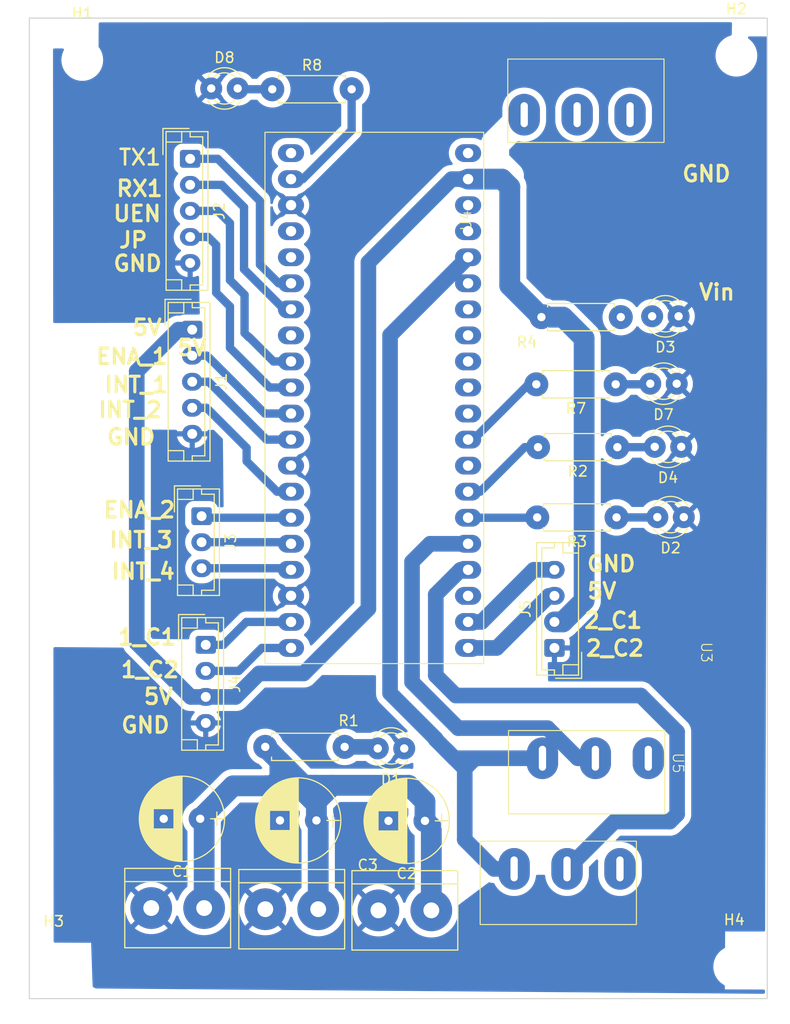
<source format=kicad_pcb>
(kicad_pcb (version 20221018) (generator pcbnew)
  (layers (0 "F.Cu" signal) (31 "B.Cu" signal) (34 "B.Paste" user) (35 "F.Paste" user) (36 "B.SilkS" user "B.Silkscreen") (37 "F.SilkS" user "F.Silkscreen") (38 "B.Mask" user) (39 "F.Mask" user) (44 "Edge.Cuts" user))
  (net 0 "")
  (net 1 "/12 V")
  (net 2 "/GND")
  (net 3 "Net-(D1-A)")
  (net 4 "Net-(D2-A)")
  (net 5 "Net-(D3-A)")
  (net 6 "Net-(D4-A)")
  (net 7 "Net-(D7-A)")
  (net 8 "Net-(D8-A)")
  (net 9 "/5V")
  (net 10 "/ENABLE_1")
  (net 11 "/INT_1")
  (net 12 "/INT_2")
  (net 13 "/UART1_TX")
  (net 14 "/UART1_RX")
  (net 15 "/UEN")
  (net 16 "/JP")
  (net 17 "/ENABLE_2")
  (net 18 "/INT_3")
  (net 19 "/INT_4")
  (net 20 "/INTRUPT1_C1")
  (net 21 "/INTRUPT1_C2")
  (net 22 "/INTRUPT2_C1")
  (net 23 "/INTRUPT2_C2")
  (net 24 "/LED_1")
  (net 25 "/LED_2")
  (net 26 "/LED_5")
  (net 27 "/LED_6")
  (net 40 "/3V3")
  (footprint "MY_LIB:Resistor_small" (layer "F.Cu") (at 100.93 100.07 180)
    (fp_text reference "R7" (at 3.81 -2.31) (layer "F.SilkS"))
    (fp_text value "R")
    (pad "1" thru_hole circle (at 0 0 180) (size 2.3 2.3) (drill 0.8) (layers "*.Cu" "*.Mask") (net 7 "Net-(D7-A)"))
    (pad "2" thru_hole circle (at 7.62 0 180) (size 2.3 2.3) (drill 0.8) (layers "*.Cu" "*.Mask") (net 26 "/LED_5"))
  )
  (footprint "pi_pico:pi_pico" (layer "F.Cu") (at 79.76 87.875)
    (fp_text reference "U1" hide)
    (fp_text value "~" hide)
    (pad "1" thru_hole oval (at -10 -10) (size 2.5 1.7) (drill oval 1) (layers "*.Cu" "*.Mask"))
    (pad "2" thru_hole oval (at -10 -7.5) (size 2.5 1.7) (drill oval 1) (layers "*.Cu" "*.Mask") (net 27 "/LED_6"))
    (pad "3" thru_hole oval (at -10 -5) (size 2.5 1.7) (drill oval 1) (layers "*.Cu" "*.Mask") (net 2 "/GND"))
    (pad "4" thru_hole oval (at -10 -2.5) (size 2.5 1.7) (drill oval 1) (layers "*.Cu" "*.Mask"))
    (pad "5" thru_hole oval (at -10 0) (size 2.5 1.7) (drill oval 1) (layers "*.Cu" "*.Mask"))
    (pad "6" thru_hole oval (at -10 2.5) (size 2.5 1.7) (drill oval 1) (layers "*.Cu" "*.Mask") (net 13 "/UART1_TX"))
    (pad "7" thru_hole oval (at -10 5) (size 2.5 1.7) (drill oval 1) (layers "*.Cu" "*.Mask") (net 14 "/UART1_RX"))
    (pad "8" thru_hole oval (at -10 7.5) (size 2.5 1.7) (drill oval 1) (layers "*.Cu" "*.Mask"))
    (pad "9" thru_hole oval (at -10 10) (size 2.5 1.7) (drill oval 1) (layers "*.Cu" "*.Mask") (net 15 "/UEN"))
    (pad "10" thru_hole oval (at -10 12.5) (size 2.5 1.7) (drill oval 1) (layers "*.Cu" "*.Mask") (net 16 "/JP"))
    (pad "11" thru_hole oval (at -10 15) (size 2.5 1.7) (drill oval 1) (layers "*.Cu" "*.Mask") (net 10 "/ENABLE_1"))
    (pad "12" thru_hole oval (at -10 17.5) (size 2.5 1.7) (drill oval 1) (layers "*.Cu" "*.Mask") (net 11 "/INT_1"))
    (pad "13" thru_hole oval (at -10 20) (size 2.5 1.7) (drill oval 1) (layers "*.Cu" "*.Mask") (net 2 "/GND"))
    (pad "14" thru_hole oval (at -10 22.5) (size 2.5 1.7) (drill oval 1) (layers "*.Cu" "*.Mask") (net 12 "/INT_2"))
    (pad "15" thru_hole oval (at -10 25) (size 2.5 1.7) (drill oval 1) (layers "*.Cu" "*.Mask") (net 17 "/ENABLE_2"))
    (pad "16" thru_hole oval (at -10 27.5) (size 2.5 1.7) (drill oval 1) (layers "*.Cu" "*.Mask") (net 18 "/INT_3"))
    (pad "17" thru_hole oval (at -10 30) (size 2.5 1.7) (drill oval 1) (layers "*.Cu" "*.Mask") (net 19 "/INT_4"))
    (pad "18" thru_hole oval (at -10 32.5) (size 2.5 1.7) (drill oval 1) (layers "*.Cu" "*.Mask") (net 2 "/GND"))
    (pad "19" thru_hole oval (at -10 35) (size 2.5 1.7) (drill oval 1) (layers "*.Cu" "*.Mask") (net 20 "/INTRUPT1_C1"))
    (pad "20" thru_hole oval (at -10 37.5) (size 2.5 1.7) (drill oval 1) (layers "*.Cu" "*.Mask") (net 21 "/INTRUPT1_C2"))
    (pad "21" thru_hole oval (at 7 37.5) (size 2.5 1.7) (drill oval 1) (layers "*.Cu" "*.Mask") (net 23 "/INTRUPT2_C2"))
    (pad "22" thru_hole oval (at 7 35) (size 2.5 1.7) (drill oval 1) (layers "*.Cu" "*.Mask") (net 22 "/INTRUPT2_C1"))
    (pad "23" thru_hole oval (at 7 32.5) (size 2.5 1.7) (drill oval 1) (layers "*.Cu" "*.Mask") (net 2 "/GND"))
    (pad "24" thru_hole oval (at 7 30) (size 2.5 1.7) (drill oval 1) (layers "*.Cu" "*.Mask") (net 40 "/3V3"))
    (pad "25" thru_hole oval (at 7 27.5) (size 2.5 1.7) (drill oval 1) (layers "*.Cu" "*.Mask") (net 40 "/3V3"))
    (pad "26" thru_hole oval (at 7 25) (size 2.5 1.7) (drill oval 1) (layers "*.Cu" "*.Mask") (net 25 "/LED_2"))
    (pad "27" thru_hole oval (at 7 22.5) (size 2.5 1.7) (drill oval 1) (layers "*.Cu" "*.Mask") (net 24 "/LED_1"))
    (pad "28" thru_hole oval (at 7 20) (size 2.5 1.7) (drill oval 1) (layers "*.Cu" "*.Mask") (net 2 "/GND"))
    (pad "29" thru_hole oval (at 7 17.5) (size 2.5 1.7) (drill oval 1) (layers "*.Cu" "*.Mask") (net 26 "/LED_5"))
    (pad "30" thru_hole oval (at 7 15) (size 2.5 1.7) (drill oval 1) (layers "*.Cu" "*.Mask"))
    (pad "31" thru_hole oval (at 7 12.5) (size 2.5 1.7) (drill oval 1) (layers "*.Cu" "*.Mask"))
    (pad "32" thru_hole oval (at 7 10) (size 2.5 1.7) (drill oval 1) (layers "*.Cu" "*.Mask"))
    (pad "33" thru_hole oval (at 7 7.5) (size 2.5 1.7) (drill oval 1) (layers "*.Cu" "*.Mask") (net 2 "/GND"))
    (pad "34" thru_hole oval (at 7 5) (size 2.5 1.7) (drill oval 1) (layers "*.Cu" "*.Mask"))
    (pad "35" thru_hole oval (at 7 2.5) (size 2.5 1.7) (drill oval 1) (layers "*.Cu" "*.Mask"))
    (pad "36" thru_hole oval (at 7 0) (size 2.5 1.7) (drill oval 1) (layers "*.Cu" "*.Mask") (net 40 "/3V3"))
    (pad "37" thru_hole oval (at 7 -2.5) (size 2.5 1.7) (drill oval 1) (layers "*.Cu" "*.Mask"))
    (pad "38" thru_hole oval (at 7 -5) (size 2.5 1.7) (drill oval 1) (layers "*.Cu" "*.Mask") (net 2 "/GND"))
    (pad "39" thru_hole oval (at 7 -7.5) (size 2.5 1.7) (drill oval 1) (layers "*.Cu" "*.Mask") (net 9 "/5V"))
    (pad "40" thru_hole oval (at 7 -10) (size 2.5 1.7) (drill oval 1) (layers "*.Cu" "*.Mask"))
  )
  (footprint "MY_LIB:bornier2" (layer "F.Cu") (at 83.23 150.56 180)
    (fp_text reference "J7" hide)
    (fp_text value "Conn_01x02_Pin")
    (pad "1" thru_hole circle (at 0 0 180) (size 4 4) (drill 1.52) (layers "*.Cu" "*.Mask") (net 1 "/12 V"))
    (pad "2" thru_hole circle (at 5.08 0 180) (size 4 4) (drill 1.52) (layers "*.Cu" "*.Mask") (net 2 "/GND"))
  )
  (footprint "MY_LIB:Resistor_small" (layer "F.Cu") (at 67.96 71.75)
    (fp_text reference "R8" (at 3.81 -2.31) (layer "F.SilkS"))
    (fp_text value "R")
    (pad "1" thru_hole circle (at 0 0) (size 2.3 2.3) (drill 0.8) (layers "*.Cu" "*.Mask") (net 8 "Net-(D8-A)"))
    (pad "2" thru_hole circle (at 7.62 0) (size 2.3 2.3) (drill 0.8) (layers "*.Cu" "*.Mask") (net 27 "/LED_6"))
  )
  (footprint "MY_LIB:bornier2" (layer "F.Cu") (at 72.37 150.45 180)
    (fp_text reference "J8" hide)
    (fp_text value "Conn_01x02_Pin")
    (pad "1" thru_hole circle (at 0 0 180) (size 4 4) (drill 1.52) (layers "*.Cu" "*.Mask") (net 1 "/12 V"))
    (pad "2" thru_hole circle (at 5.08 0 180) (size 4 4) (drill 1.52) (layers "*.Cu" "*.Mask") (net 2 "/GND"))
  )
  (footprint "MountingHole:MountingHole_3.5mm" (layer "F.Cu") (at 112.52 68.53)
    (fp_text reference "H2" (at 0 -4.5) (layer "F.SilkS"))
    (fp_text value "MountingHole")
    (pad "" np_thru_hole circle (at 0 0) (size 3.5 3.5) (drill 3.5) (layers "*.Cu" "*.Mask"))
  )
  (footprint "MY_LIB:LED_D3.0mm" (layer "F.Cu") (at 80.63 135.02 180)
    (fp_text reference "D1" (at 1.27 -2.96) (layer "F.SilkS"))
    (fp_text value "LED")
    (pad "1" thru_hole circle (at 0 0 180) (size 2.1 2.1) (drill 0.8) (layers "*.Cu" "*.Mask") (net 2 "/GND"))
    (pad "2" thru_hole circle (at 2.54 0 180) (size 2.1 2.1) (drill 0.8) (layers "*.Cu" "*.Mask") (net 3 "Net-(D1-A)"))
  )
  (footprint "MY_LIB:Resistor_small" (layer "F.Cu") (at 101.015 112.845 180)
    (fp_text reference "R3" (at 3.81 -2.31) (layer "F.SilkS"))
    (fp_text value "R")
    (pad "1" thru_hole circle (at 0 0 180) (size 2.3 2.3) (drill 0.8) (layers "*.Cu" "*.Mask") (net 4 "Net-(D2-A)"))
    (pad "2" thru_hole circle (at 7.62 0 180) (size 2.3 2.3) (drill 0.8) (layers "*.Cu" "*.Mask") (net 25 "/LED_2"))
  )
  (footprint "SWITCH:SWITCH" (layer "F.Cu") (at 106.42 136.42 -90)
    (fp_text reference "U5" (at 0 -0.5 -90 unlocked) (layer "F.SilkS") (effects (font (thickness 0.1))))
    (fp_text value "~")
    (pad "1" thru_hole oval (at 10.16 5.08 270) (size 4 3) (drill oval 2.4 0.7) (layers "*.Cu" "*.Mask"))
    (pad "2" thru_hole oval (at 10.16 10.16 270) (size 4 3) (drill oval 2.4 0.7) (layers "*.Cu" "*.Mask") (net 40 "/3V3"))
    (pad "3" thru_hole oval (at 10.16 15.24 270) (size 4 3) (drill oval 2.4 0.7) (layers "*.Cu" "*.Mask") (net 40 "/3V3"))
  )
  (footprint "MY_LIB:Resistor_small" (layer "F.Cu") (at 74.91 134.87 180)
    (fp_text reference "R1" (at -0.38 2.51) (layer "F.SilkS"))
    (fp_text value "R")
    (pad "1" thru_hole circle (at 0 0 180) (size 2.3 2.3) (drill 0.8) (layers "*.Cu" "*.Mask") (net 3 "Net-(D1-A)"))
    (pad "2" thru_hole circle (at 7.62 0 180) (size 2.3 2.3) (drill 0.8) (layers "*.Cu" "*.Mask") (net 1 "/12 V"))
  )
  (footprint "MY_LIB:Resistor_small" (layer "F.Cu") (at 101.42 93.62 180)
    (fp_text reference "R4" (at 9.009131 -2.399046) (layer "F.SilkS"))
    (fp_text value "R")
    (pad "1" thru_hole circle (at 0 0 180) (size 2.3 2.3) (drill 0.8) (layers "*.Cu" "*.Mask") (net 5 "Net-(D3-A)"))
    (pad "2" thru_hole circle (at 7.62 0 180) (size 2.3 2.3) (drill 0.8) (layers "*.Cu" "*.Mask") (net 9 "/5V"))
  )
  (footprint "MY_LIB:LED_D3.0mm" (layer "F.Cu") (at 62.1 71.67)
    (fp_text reference "D8" (at 1.27 -2.96) (layer "F.SilkS"))
    (fp_text value "LED")
    (pad "1" thru_hole circle (at 0 0) (size 2.1 2.1) (drill 0.8) (layers "*.Cu" "*.Mask") (net 2 "/GND"))
    (pad "2" thru_hole circle (at 2.54 0) (size 2.1 2.1) (drill 0.8) (layers "*.Cu" "*.Mask") (net 8 "Net-(D8-A)"))
  )
  (footprint "Connector_JST:JST_EH_B4B-EH-A_1x04_P2.50mm_Vertical" (layer "F.Cu") (at 61.575 125.075 -90)
    (fp_text reference "J4" (at 3.75 -2.8 90) (layer "F.SilkS"))
    (fp_text value "Conn_01x04_Pin")
    (pad "1" thru_hole roundrect (at 0 0 270) (size 1.7 1.95) (drill 0.95) (layers "*.Cu" "*.Mask") (roundrect_rratio 0.147059) (net 20 "/INTRUPT1_C1"))
    (pad "2" thru_hole oval (at 2.5 0 270) (size 1.7 1.95) (drill 0.95) (layers "*.Cu" "*.Mask") (net 21 "/INTRUPT1_C2"))
    (pad "3" thru_hole oval (at 5 0 270) (size 1.7 1.95) (drill 0.95) (layers "*.Cu" "*.Mask") (net 9 "/5V"))
    (pad "4" thru_hole oval (at 7.5 0 270) (size 1.7 1.95) (drill 0.95) (layers "*.Cu" "*.Mask") (net 2 "/GND"))
  )
  (footprint "SWITCH:SWITCH" (layer "F.Cu") (at 87.07 84.35 90)
    (fp_text reference "U4" (at 0 -0.5 90 unlocked) (layer "F.SilkS") (effects (font (thickness 0.1))))
    (fp_text value "~")
    (pad "1" thru_hole oval (at 10.16 5.08 90) (size 4 3) (drill oval 2.4 0.7) (layers "*.Cu" "*.Mask") (net 9 "/5V"))
    (pad "2" thru_hole oval (at 10.16 10.16 90) (size 4 3) (drill oval 2.4 0.7) (layers "*.Cu" "*.Mask") (net 9 "/5V"))
    (pad "3" thru_hole oval (at 10.16 15.24 90) (size 4 3) (drill oval 2.4 0.7) (layers "*.Cu" "*.Mask"))
  )
  (footprint "MountingHole:MountingHole_3.5mm" (layer "F.Cu") (at 112.31 155.97)
    (fp_text reference "H4" (at 0 -4.5) (layer "F.SilkS"))
    (fp_text value "MountingHole")
    (pad "" np_thru_hole circle (at 0 0) (size 3.5 3.5) (drill 3.5) (layers "*.Cu" "*.Mask"))
  )
  (footprint "Connector_JST:JST_EH_B4B-EH-A_1x04_P2.50mm_Vertical" (layer "F.Cu") (at 95.05 125.375 90)
    (fp_text reference "J5" (at 3.75 -2.8 90) (layer "F.SilkS"))
    (fp_text value "Conn_01x04_Pin")
    (pad "1" thru_hole roundrect (at 0 0 90) (size 1.7 1.95) (drill 0.95) (layers "*.Cu" "*.Mask") (roundrect_rratio 0.147059) (net 2 "/GND"))
    (pad "2" thru_hole oval (at 2.5 0 90) (size 1.7 1.95) (drill 0.95) (layers "*.Cu" "*.Mask") (net 9 "/5V"))
    (pad "3" thru_hole oval (at 5 0 90) (size 1.7 1.95) (drill 0.95) (layers "*.Cu" "*.Mask") (net 23 "/INTRUPT2_C2"))
    (pad "4" thru_hole oval (at 7.5 0 90) (size 1.7 1.95) (drill 0.95) (layers "*.Cu" "*.Mask") (net 22 "/INTRUPT2_C1"))
  )
  (footprint "Connector_JST:JST_EH_B5B-EH-A_1x05_P2.50mm_Vertical" (layer "F.Cu") (at 60.075 78.425 -90)
    (fp_text reference "J2" (at 5 -2.8 90) (layer "F.SilkS"))
    (fp_text value "Conn_01x05_Pin")
    (pad "1" thru_hole roundrect (at 0 0 270) (size 1.7 1.95) (drill 0.95) (layers "*.Cu" "*.Mask") (roundrect_rratio 0.147059) (net 13 "/UART1_TX"))
    (pad "2" thru_hole oval (at 2.5 0 270) (size 1.7 1.95) (drill 0.95) (layers "*.Cu" "*.Mask") (net 14 "/UART1_RX"))
    (pad "3" thru_hole oval (at 5 0 270) (size 1.7 1.95) (drill 0.95) (layers "*.Cu" "*.Mask") (net 15 "/UEN"))
    (pad "4" thru_hole oval (at 7.5 0 270) (size 1.7 1.95) (drill 0.95) (layers "*.Cu" "*.Mask") (net 16 "/JP"))
    (pad "5" thru_hole oval (at 10 0 270) (size 1.7 1.95) (drill 0.95) (layers "*.Cu" "*.Mask") (net 2 "/GND"))
  )
  (footprint "MY_LIB:Capacitor_100uF" (layer "F.Cu") (at 82.62 141.97 180)
    (fp_text reference "C2" (at 1.75 -5.06) (layer "F.SilkS"))
    (fp_text value "C")
    (pad "1" thru_hole circle (at 0 0 180) (size 2.2 2.2) (drill 0.8) (layers "*.Cu" "*.Mask") (net 1 "/12 V"))
    (pad "2" thru_hole circle (at 3.5 0 180) (size 2.2 2.2) (drill 0.8) (layers "*.Cu" "*.Mask") (net 2 "/GND"))
  )
  (footprint "MY_LIB:LED_D3.0mm" (layer "F.Cu") (at 107.22 106.07 180)
    (fp_text reference "D4" (at 1.27 -2.96) (layer "F.SilkS"))
    (fp_text value "LED")
    (pad "1" thru_hole circle (at 0 0 180) (size 2.1 2.1) (drill 0.8) (layers "*.Cu" "*.Mask") (net 2 "/GND"))
    (pad "2" thru_hole circle (at 2.54 0 180) (size 2.1 2.1) (drill 0.8) (layers "*.Cu" "*.Mask") (net 6 "Net-(D4-A)"))
  )
  (footprint "MY_LIB:LED_D3.0mm" (layer "F.Cu") (at 107.47 112.82 180)
    (fp_text reference "D2" (at 1.27 -2.96) (layer "F.SilkS"))
    (fp_text value "LED")
    (pad "1" thru_hole circle (at 0 0 180) (size 2.1 2.1) (drill 0.8) (layers "*.Cu" "*.Mask") (net 2 "/GND"))
    (pad "2" thru_hole circle (at 2.54 0 180) (size 2.1 2.1) (drill 0.8) (layers "*.Cu" "*.Mask") (net 4 "Net-(D2-A)"))
  )
  (footprint "MY_LIB:Capacitor_100uF" (layer "F.Cu") (at 72.2 141.93 180)
    (fp_text reference "C3" (at -4.93 -4.27) (layer "F.SilkS"))
    (fp_text value "C")
    (pad "1" thru_hole circle (at 0 0 180) (size 2.2 2.2) (drill 0.8) (layers "*.Cu" "*.Mask") (net 1 "/12 V"))
    (pad "2" thru_hole circle (at 3.5 0 180) (size 2.2 2.2) (drill 0.8) (layers "*.Cu" "*.Mask") (net 2 "/GND"))
  )
  (footprint "MY_LIB:Resistor_small" (layer "F.Cu") (at 101.095 106.105 180)
    (fp_text reference "R2" (at 3.81 -2.31) (layer "F.SilkS"))
    (fp_text value "R")
    (pad "1" thru_hole circle (at 0 0 180) (size 2.3 2.3) (drill 0.8) (layers "*.Cu" "*.Mask") (net 6 "Net-(D4-A)"))
    (pad "2" thru_hole circle (at 7.62 0 180) (size 2.3 2.3) (drill 0.8) (layers "*.Cu" "*.Mask") (net 24 "/LED_1"))
  )
  (footprint "SWITCH:SWITCH" (layer "F.Cu") (at 109.14 125.8 -90)
    (fp_text reference "U3" (at 0 -0.5 -90 unlocked) (layer "F.SilkS") (effects (font (thickness 0.1))))
    (fp_text value "~")
    (pad "1" thru_hole oval (at 10.16 5.08 270) (size 4 3) (drill oval 2.4 0.7) (layers "*.Cu" "*.Mask"))
    (pad "2" thru_hole oval (at 10.16 10.16 270) (size 4 3) (drill oval 2.4 0.7) (layers "*.Cu" "*.Mask") (net 40 "/3V3"))
    (pad "3" thru_hole oval (at 10.16 15.24 270) (size 4 3) (drill oval 2.4 0.7) (layers "*.Cu" "*.Mask") (net 40 "/3V3"))
  )
  (footprint "MY_LIB:LED_D3.0mm" (layer "F.Cu") (at 106.97 93.54 180)
    (fp_text reference "D3" (at 1.27 -2.96) (layer "F.SilkS"))
    (fp_text value "LED")
    (pad "1" thru_hole circle (at 0 0 180) (size 2.1 2.1) (drill 0.8) (layers "*.Cu" "*.Mask") (net 2 "/GND"))
    (pad "2" thru_hole circle (at 2.54 0 180) (size 2.1 2.1) (drill 0.8) (layers "*.Cu" "*.Mask") (net 5 "Net-(D3-A)"))
  )
  (footprint "Connector_JST:JST_EH_B3B-EH-A_1x03_P2.50mm_Vertical" (layer "F.Cu") (at 61.175 112.725 -90)
    (fp_text reference "J3" (at 2.5 -2.8 90) (layer "F.SilkS"))
    (fp_text value "Conn_01x03_Pin")
    (pad "1" thru_hole roundrect (at 0 0 270) (size 1.7 1.95) (drill 0.95) (layers "*.Cu" "*.Mask") (roundrect_rratio 0.147059) (net 17 "/ENABLE_2"))
    (pad "2" thru_hole oval (at 2.5 0 270) (size 1.7 1.95) (drill 0.95) (layers "*.Cu" "*.Mask") (net 18 "/INT_3"))
    (pad "3" thru_hole oval (at 5 0 270) (size 1.7 1.95) (drill 0.95) (layers "*.Cu" "*.Mask") (net 19 "/INT_4"))
  )
  (footprint "MountingHole:MountingHole_3.5mm" (layer "F.Cu") (at 46.97 156.11)
    (fp_text reference "H3" (at 0 -4.5) (layer "F.SilkS"))
    (fp_text value "MountingHole")
    (pad "" np_thru_hole circle (at 0 0) (size 3.5 3.5) (drill 3.5) (layers "*.Cu" "*.Mask"))
  )
  (footprint "MY_LIB:bornier2" (layer "F.Cu") (at 61.42 150.34 180)
    (fp_text reference "J6" hide)
    (fp_text value "Conn_01x02_Pin")
    (pad "1" thru_hole circle (at 0 0 180) (size 4 4) (drill 1.52) (layers "*.Cu" "*.Mask") (net 1 "/12 V"))
    (pad "2" thru_hole circle (at 5.08 0 180) (size 4 4) (drill 1.52) (layers "*.Cu" "*.Mask") (net 2 "/GND"))
  )
  (footprint "MY_LIB:Capacitor_100uF" (layer "F.Cu") (at 61.04 141.77 180)
    (fp_text reference "C1" (at 1.75 -5.06) (layer "F.SilkS"))
    (fp_text value "C")
    (pad "1" thru_hole circle (at 0 0 180) (size 2.2 2.2) (drill 0.8) (layers "*.Cu" "*.Mask") (net 1 "/12 V"))
    (pad "2" thru_hole circle (at 3.5 0 180) (size 2.2 2.2) (drill 0.8) (layers "*.Cu" "*.Mask") (net 2 "/GND"))
  )
  (footprint "Connector_JST:JST_EH_B5B-EH-A_1x05_P2.50mm_Vertical" (layer "F.Cu") (at 60.275 94.825 -90)
    (fp_text reference "J1" (at 5 -2.8 90) (layer "F.SilkS"))
    (fp_text value "Conn_01x05_Pin")
    (pad "1" thru_hole roundrect (at 0 0 270) (size 1.7 1.95) (drill 0.95) (layers "*.Cu" "*.Mask") (roundrect_rratio 0.147059) (net 9 "/5V"))
    (pad "2" thru_hole oval (at 2.5 0 270) (size 1.7 1.95) (drill 0.95) (layers "*.Cu" "*.Mask") (net 10 "/ENABLE_1"))
    (pad "3" thru_hole oval (at 5 0 270) (size 1.7 1.95) (drill 0.95) (layers "*.Cu" "*.Mask") (net 11 "/INT_1"))
    (pad "4" thru_hole oval (at 7.5 0 270) (size 1.7 1.95) (drill 0.95) (layers "*.Cu" "*.Mask") (net 12 "/INT_2"))
    (pad "5" thru_hole oval (at 10 0 270) (size 1.7 1.95) (drill 0.95) (layers "*.Cu" "*.Mask") (net 2 "/GND"))
  )
  (footprint "MountingHole:MountingHole_3.5mm" (layer "F.Cu") (at 49.72 68.94)
    (fp_text reference "H1" (at 0 -4.5) (layer "F.SilkS"))
    (fp_text value "MountingHole")
    (pad "" np_thru_hole circle (at 0 0) (size 3.5 3.5) (drill 3.5) (layers "*.Cu" "*.Mask"))
  )
  (footprint "MY_LIB:LED_D3.0mm" (layer "F.Cu") (at 106.79 100.01 180)
    (fp_text reference "D7" (at 1.27 -2.96) (layer "F.SilkS"))
    (fp_text value "LED")
    (pad "1" thru_hole circle (at 0 0 180) (size 2.1 2.1) (drill 0.8) (layers "*.Cu" "*.Mask") (net 2 "/GND"))
    (pad "2" thru_hole circle (at 2.54 0 180) (size 2.1 2.1) (drill 0.8) (layers "*.Cu" "*.Mask") (net 7 "Net-(D7-A)"))
  )
  (gr_rect (start 44.64 64.92) (end 115.48 159.03) (stroke (width 0.1)) (fill none) (layer "Edge.Cuts"))
  (gr_text "GND" (at 107.16 80.75) (layer "F.SilkS") (effects (font (size 1.5 1.5) (thickness 0.3) bold) (justify left bottom)))
  (gr_text "JP\n" (at 53.09 87.1) (layer "F.SilkS") (effects (font (size 1.5 1.5) (thickness 0.3) bold) (justify left bottom)))
  (gr_text "ENA_1\n" (at 50.89 98.28) (layer "F.SilkS") (effects (font (size 1.5 1.5) (thickness 0.3) bold) (justify left bottom)))
  (gr_text "Vin" (at 108.77 92.1) (layer "F.SilkS") (effects (font (size 1.5 1.5) (thickness 0.3) bold) (justify left bottom)))
  (gr_text "ENA_2" (at 51.61 113) (layer "F.SilkS") (effects (font (size 1.5 1.5) (thickness 0.3) bold) (justify left bottom)))
  (gr_text "GND" (at 98.02 118.18) (layer "F.SilkS") (effects (font (size 1.5 1.5) (thickness 0.3) bold) (justify left bottom)))
  (gr_text "UEN\n" (at 52.54 84.57) (layer "F.SilkS") (effects (font (size 1.5 1.5) (thickness 0.3) bold) (justify left bottom)))
  (gr_text "5V" (at 55.47 130.91) (layer "F.SilkS") (effects (font (size 1.5 1.5) (thickness 0.3) bold) (justify left bottom)))
  (gr_text "INT_3" (at 52.16 115.89) (layer "F.SilkS") (effects (font (size 1.5 1.5) (thickness 0.3) bold) (justify left bottom)))
  (gr_text "5V" (at 54.39 95.5) (layer "F.SilkS") (effects (font (size 1.5 1.5) (thickness 0.3) bold) (justify left bottom)))
  (gr_text "1_C1" (at 53 125.22) (layer "F.SilkS") (effects (font (size 1.5 1.5) (thickness 0.3) bold) (justify left bottom)))
  (gr_text "2_C2" (at 97.91 126.28) (layer "F.SilkS") (effects (font (size 1.5 1.5) (thickness 0.3) bold) (justify left bottom)))
  (gr_text "5V" (at 98.05 120.79) (layer "F.SilkS") (effects (font (size 1.5 1.5) (thickness 0.3) bold) (justify left bottom)))
  (gr_text "GND" (at 53.3 133.66) (layer "F.SilkS") (effects (font (size 1.5 1.5) (thickness 0.3) bold) (justify left bottom)))
  (gr_text "5V" (at 58.69 97.43) (layer "F.SilkS") (effects (font (size 1.5 1.5) (thickness 0.3) bold) (justify left bottom)))
  (gr_text "RX1\n" (at 52.84 82.16) (layer "F.SilkS") (effects (font (size 1.5 1.5) (thickness 0.3) bold) (justify left bottom)))
  (gr_text "2_C1" (at 97.74 123.61) (layer "F.SilkS") (effects (font (size 1.5 1.5) (thickness 0.3) bold) (justify left bottom)))
  (gr_text "GND\n" (at 52.55 89.35) (layer "F.SilkS") (effects (font (size 1.5 1.5) (thickness 0.3) bold) (justify left bottom)))
  (gr_text "INT_1" (at 51.71 100.99) (layer "F.SilkS") (effects (font (size 1.5 1.5) (thickness 0.3) bold) (justify left bottom)))
  (gr_text "INT_4" (at 52.37 118.91) (layer "F.SilkS") (effects (font (size 1.5 1.5) (thickness 0.3) bold) (justify left bottom)))
  (gr_text "1_C2" (at 53.27 128.34) (layer "F.SilkS") (effects (font (size 1.5 1.5) (thickness 0.3) bold) (justify left bottom)))
  (gr_text "TX1\n" (at 53.09 79.16) (layer "F.SilkS") (effects (font (size 1.5 1.5) (thickness 0.25) bold) (justify left bottom)))
  (gr_text "GND" (at 51.93 106.01) (layer "F.SilkS") (effects (font (size 1.5 1.5) (thickness 0.3) bold) (justify left bottom)))
  (gr_text "INT_2" (at 51.11 103.39) (layer "F.SilkS") (effects (font (size 1.5 1.5) (thickness 0.3) bold) (justify left bottom)))
  (segment (start 83.23 150.56) (end 83.23 143.87) (width 2) (layer "B.Cu") (net 1))
  (segment (start 83.23 142.58) (end 82.62 141.97) (width 2) (layer "B.Cu") (net 1))
  (segment (start 61.42 150.34) (end 61.42 142.15) (width 2) (layer "B.Cu") (net 1))
  (segment (start 68.77 138.61) (end 70.435634 138.61) (width 2) (layer "B.Cu") (net 1))
  (segment (start 82.62 141.97) (end 82.62 140.12) (width 2) (layer "B.Cu") (net 1))
  (segment (start 68.69 136.44) (end 68.775 136.355) (width 2) (layer "B.Cu") (net 1))
  (segment (start 67.28 138.61) (end 68.77 138.61) (width 2) (layer "B.Cu") (net 1))
  (segment (start 64.2 138.61) (end 67.28 138.61) (width 2) (layer "B.Cu") (net 1))
  (segment (start 72.2 140.374366) (end 72.2 140.1) (width 2) (layer "B.Cu") (net 1))
  (segment (start 82.62 140.12) (end 81.06 138.56) (width 2) (layer "B.Cu") (net 1))
  (segment (start 68.69 137.91) (end 68.69 136.44) (width 2) (layer "B.Cu") (net 1))
  (segment (start 72.37 150.45) (end 72.37 142.1) (width 2) (layer "B.Cu") (net 1))
  (segment (start 70.435634 138.61) (end 72.2 140.374366) (width 2) (layer "B.Cu") (net 1))
  (segment (start 72.12 138.56) (end 70.98 138.56) (width 2) (layer "B.Cu") (net 1))
  (segment (start 67.28 138.61) (end 67.99 138.61) (width 2) (layer "B.Cu") (net 1))
  (segment (start 72.37 142.1) (end 72.2 141.93) (width 2) (layer "B.Cu") (net 1))
  (segment (start 61.04 141.77) (end 64.2 138.61) (width 2) (layer "B.Cu") (net 1))
  (segment (start 61.42 142.15) (end 61.04 141.77) (width 2) (layer "B.Cu") (net 1))
  (segment (start 70.98 138.56) (end 69.51 137.09) (width 2) (layer "B.Cu") (net 1))
  (segment (start 81.06 138.56) (end 73.74 138.56) (width 2) (layer "B.Cu") (net 1))
  (segment (start 70.485634 138.56) (end 70.435634 138.61) (width 2) (layer "B.Cu") (net 1))
  (segment (start 69.51 137.09) (end 68.775 136.355) (width 2) (layer "B.Cu") (net 1))
  (segment (start 68.77 138.61) (end 69.79 138.61) (width 2) (layer "B.Cu") (net 1))
  (segment (start 73.74 138.56) (end 72.12 138.56) (width 2) (layer "B.Cu") (net 1))
  (segment (start 68.69 137.91) (end 69.51 137.09) (width 2) (layer "B.Cu") (net 1))
  (segment (start 72.2 140.1) (end 73.74 138.56) (width 2) (layer "B.Cu") (net 1))
  (segment (start 67.99 138.61) (end 68.69 137.91) (width 2) (layer "B.Cu") (net 1))
  (segment (start 72.2 140.374366) (end 72.2 141.93) (width 2) (layer "B.Cu") (net 1))
  (segment (start 72.12 138.56) (end 70.485634 138.56) (width 2) (layer "B.Cu") (net 1))
  (segment (start 83.23 143.87) (end 83.23 142.58) (width 2) (layer "B.Cu") (net 1))
  (segment (start 68.775 136.355) (end 67.29 134.87) (width 2) (layer "B.Cu") (net 1))
  (segment (start 77.94 134.87) (end 78.09 135.02) (width 1.5) (layer "B.Cu") (net 3))
  (segment (start 74.91 134.87) (end 77.94 134.87) (width 1.5) (layer "B.Cu") (net 3))
  (segment (start 104.905 112.845) (end 104.93 112.82) (width 0.8) (layer "B.Cu") (net 4))
  (segment (start 101.015 112.845) (end 104.905 112.845) (width 0.8) (layer "B.Cu") (net 4))
  (segment (start 104.35 93.62) (end 104.43 93.54) (width 1.5) (layer "B.Cu") (net 5))
  (segment (start 104.645 106.105) (end 104.68 106.07) (width 0.8) (layer "B.Cu") (net 6))
  (segment (start 101.095 106.105) (end 104.645 106.105) (width 0.8) (layer "B.Cu") (net 6))
  (segment (start 104.19 100.07) (end 104.25 100.01) (width 0.8) (layer "B.Cu") (net 7))
  (segment (start 100.93 100.07) (end 104.19 100.07) (width 0.8) (layer "B.Cu") (net 7))
  (segment (start 64.72 71.75) (end 64.64 71.67) (width 0.8) (layer "B.Cu") (net 8))
  (segment (start 67.96 71.75) (end 64.72 71.75) (width 0.8) (layer "B.Cu") (net 8))
  (segment (start 93.8 93.62) (end 95.02 93.62) (width 2) (layer "B.Cu") (net 9))
  (segment (start 95.87 93.62) (end 97.9 95.65) (width 2) (layer "B.Cu") (net 9))
  (segment (start 97.9 95.65) (end 97.9 120.831981) (width 2) (layer "B.Cu") (net 9))
  (segment (start 93.8 93.62) (end 90.76 90.58) (width 2) (layer "B.Cu") (net 9))
  (segment (start 97.9 120.831981) (end 95.856981 122.875) (width 2) (layer "B.Cu") (net 9))
  (segment (start 58.935 94.825) (end 60.275 94.825) (width 1.5) (layer "B.Cu") (net 9))
  (segment (start 54.95 124.9) (end 54.95 98.81) (width 1.5) (layer "B.Cu") (net 9))
  (segment (start 90.77 81.135) (end 90.01 80.375) (width 2) (layer "B.Cu") (net 9))
  (segment (start 90.76 81.145) (end 90.77 81.135) (width 2) (layer "B.Cu") (net 9))
  (segment (start 54.95 98.81) (end 58.935 94.825) (width 1.5) (layer "B.Cu") (net 9))
  (segment (start 61.575 130.075) (end 60.125 130.075) (width 1.5) (layer "B.Cu") (net 9))
  (segment (start 94.03 93.39) (end 93.8 93.62) (width 2) (layer "B.Cu") (net 9))
  (segment (start 85.181179 80.375) (end 77.19 88.366179) (width 1.5) (layer "B.Cu") (net 9))
  (segment (start 90.76 90.58) (end 90.76 81.145) (width 2) (layer "B.Cu") (net 9))
  (segment (start 60.125 130.075) (end 54.95 124.9) (width 1.5) (layer "B.Cu") (net 9))
  (segment (start 66.697032 127.82) (end 64.442032 130.075) (width 1.5) (layer "B.Cu") (net 9))
  (segment (start 77.19 88.366179) (end 77.19 121.610662) (width 1.5) (layer "B.Cu") (net 9))
  (segment (start 70.980662 127.82) (end 66.697032 127.82) (width 1.5) (layer "B.Cu") (net 9))
  (segment (start 88.375 80.375) (end 86.76 80.375) (width 1.5) (layer "B.Cu") (net 9))
  (segment (start 86.76 80.375) (end 85.181179 80.375) (width 1.5) (layer "B.Cu") (net 9))
  (segment (start 64.442032 130.075) (end 61.575 130.075) (width 1.5) (layer "B.Cu") (net 9))
  (segment (start 77.19 121.610662) (end 70.980662 127.82) (width 1.5) (layer "B.Cu") (net 9))
  (segment (start 90.01 80.375) (end 86.76 80.375) (width 2) (layer "B.Cu") (net 9))
  (segment (start 95.856981 122.875) (end 95.05 122.875) (width 2) (layer "B.Cu") (net 9))
  (segment (start 95.02 93.62) (end 95.87 93.62) (width 2) (layer "B.Cu") (net 9))
  (segment (start 61.7 97.325) (end 67.25 102.875) (width 0.8) (layer "B.Cu") (net 10))
  (segment (start 60.275 97.325) (end 61.7 97.325) (width 0.8) (layer "B.Cu") (net 10))
  (segment (start 67.25 102.875) (end 69.76 102.875) (width 0.8) (layer "B.Cu") (net 10))
  (segment (start 61.85 99.825) (end 67.4 105.375) (width 0.8) (layer "B.Cu") (net 11))
  (segment (start 60.275 99.825) (end 61.85 99.825) (width 0.8) (layer "B.Cu") (net 11))
  (segment (start 67.4 105.375) (end 69.76 105.375) (width 0.8) (layer "B.Cu") (net 11))
  (segment (start 68.425 110.375) (end 69.76 110.375) (width 0.8) (layer "B.Cu") (net 12))
  (segment (start 61.65 102.325) (end 65.5 106.175) (width 0.8) (layer "B.Cu") (net 12))
  (segment (start 65.5 106.175) (end 65.5 107.45) (width 0.8) (layer "B.Cu") (net 12))
  (segment (start 60.275 102.325) (end 61.65 102.325) (width 0.8) (layer "B.Cu") (net 12))
  (segment (start 65.5 107.45) (end 68.425 110.375) (width 0.8) (layer "B.Cu") (net 12))
  (segment (start 62.725 78.425) (end 66.775 82.475) (width 0.8) (layer "B.Cu") (net 13))
  (segment (start 68.575 90.375) (end 69.76 90.375) (width 0.8) (layer "B.Cu") (net 13))
  (segment (start 66.775 82.475) (end 66.775 88.575) (width 0.8) (layer "B.Cu") (net 13))
  (segment (start 60.075 78.425) (end 62.725 78.425) (width 0.8) (layer "B.Cu") (net 13))
  (segment (start 66.775 88.575) (end 68.575 90.375) (width 0.8) (layer "B.Cu") (net 13))
  (segment (start 65.25 83.075) (end 65.25 89.025) (width 0.8) (layer "B.Cu") (net 14))
  (segment (start 60.075 80.925) (end 63.1 80.925) (width 0.8) (layer "B.Cu") (net 14))
  (segment (start 63.1 80.925) (end 65.25 83.075) (width 0.8) (layer "B.Cu") (net 14))
  (segment (start 65.25 89.025) (end 69.1 92.875) (width 0.8) (layer "B.Cu") (net 14))
  (segment (start 69.1 92.875) (end 69.76 92.875) (width 0.8) (layer "B.Cu") (net 14))
  (segment (start 62.725 83.425) (end 63.9 84.6) (width 0.8) (layer "B.Cu") (net 15))
  (segment (start 65.75 95.55) (end 68.075 97.875) (width 0.8) (layer "B.Cu") (net 15))
  (segment (start 60.075 83.425) (end 62.725 83.425) (width 0.8) (layer "B.Cu") (net 15))
  (segment (start 68.075 97.875) (end 69.76 97.875) (width 0.8) (layer "B.Cu") (net 15))
  (segment (start 63.9 90.075) (end 65.3 91.475) (width 0.8) (layer "B.Cu") (net 15))
  (segment (start 65.3 95.15) (end 65.7 95.55) (width 0.8) (layer "B.Cu") (net 15))
  (segment (start 63.9 84.6) (end 63.9 90.075) (width 0.8) (layer "B.Cu") (net 15))
  (segment (start 65.7 95.55) (end 65.75 95.55) (width 0.8) (layer "B.Cu") (net 15))
  (segment (start 65.3 91.475) (end 65.3 95.15) (width 0.8) (layer "B.Cu") (net 15))
  (segment (start 63.9 96.565) (end 67.71 100.375) (width 0.8) (layer "B.Cu") (net 16))
  (segment (start 62.575 91.275) (end 63.9 92.6) (width 0.8) (layer "B.Cu") (net 16))
  (segment (start 63.9 92.6) (end 63.9 96.565) (width 0.8) (layer "B.Cu") (net 16))
  (segment (start 67.71 100.375) (end 69.76 100.375) (width 0.8) (layer "B.Cu") (net 16))
  (segment (start 61.8 85.925) (end 62.575 86.7) (width 0.8) (layer "B.Cu") (net 16))
  (segment (start 60.075 85.925) (end 61.8 85.925) (width 0.8) (layer "B.Cu") (net 16))
  (segment (start 62.575 86.7) (end 62.575 91.275) (width 0.8) (layer "B.Cu") (net 16))
  (segment (start 61.175 112.725) (end 61.325 112.875) (width 0.8) (layer "B.Cu") (net 17))
  (segment (start 61.325 112.875) (end 69.76 112.875) (width 0.8) (layer "B.Cu") (net 17))
  (segment (start 61.175 115.225) (end 69.61 115.225) (width 0.8) (layer "B.Cu") (net 18))
  (segment (start 69.61 115.225) (end 69.76 115.375) (width 0.8) (layer "B.Cu") (net 18))
  (segment (start 61.175 117.725) (end 69.61 117.725) (width 0.8) (layer "B.Cu") (net 19))
  (segment (start 69.61 117.725) (end 69.76 117.875) (width 0.8) (layer "B.Cu") (net 19))
  (segment (start 61.575 125.075) (end 63.275 125.075) (width 0.8) (layer "B.Cu") (net 20))
  (segment (start 65.475 122.875) (end 69.76 122.875) (width 0.8) (layer "B.Cu") (net 20))
  (segment (start 63.275 125.075) (end 65.475 122.875) (width 0.8) (layer "B.Cu") (net 20))
  (segment (start 64.75 127.575) (end 66.95 125.375) (width 0.8) (layer "B.Cu") (net 21))
  (segment (start 61.575 127.575) (end 64.75 127.575) (width 0.8) (layer "B.Cu") (net 21))
  (segment (start 66.95 125.375) (end 69.76 125.375) (width 0.8) (layer "B.Cu") (net 21))
  (segment (start 95.05 117.875) (end 93.055 117.875) (width 1.5) (layer "B.Cu") (net 22))
  (segment (start 88.055 122.875) (end 86.76 122.875) (width 1.5) (layer "B.Cu") (net 22))
  (segment (start 93.055 117.875) (end 88.055 122.875) (width 1.5) (layer "B.Cu") (net 22))
  (segment (start 94.509441 120.375) (end 89.509441 125.375) (width 1.5) (layer "B.Cu") (net 23))
  (segment (start 95.05 120.375) (end 94.509441 120.375) (width 1.5) (layer "B.Cu") (net 23))
  (segment (start 89.509441 125.375) (end 86.76 125.375) (width 1.5) (layer "B.Cu") (net 23))
  (segment (start 87.915 110.375) (end 92.185 106.105) (width 0.8) (layer "B.Cu") (net 24))
  (segment (start 92.185 106.105) (end 93.475 106.105) (width 0.8) (layer "B.Cu") (net 24))
  (segment (start 86.76 110.375) (end 87.915 110.375) (width 0.8) (layer "B.Cu") (net 24))
  (segment (start 86.76 112.875) (end 93.365 112.875) (width 0.8) (layer "B.Cu") (net 25))
  (segment (start 93.365 112.875) (end 93.395 112.845) (width 0.8) (layer "B.Cu") (net 25))
  (segment (start 86.76 105.375) (end 87.255 105.375) (width 0.8) (layer "B.Cu") (net 26))
  (segment (start 87.255 105.375) (end 92.56 100.07) (width 0.8) (layer "B.Cu") (net 26))
  (segment (start 92.56 100.07) (end 93.31 100.07) (width 0.8) (layer "B.Cu") (net 26))
  (segment (start 69.76 80.375) (end 70.885 80.375) (width 0.8) (layer "B.Cu") (net 27))
  (segment (start 70.885 80.375) (end 75.58 75.68) (width 0.8) (layer "B.Cu") (net 27))
  (segment (start 75.58 75.68) (end 75.58 71.75) (width 0.8) (layer "B.Cu") (net 27))
  (segment (start 96.26 146.58) (end 100.8 142.04) (width 1.5) (layer "B.Cu") (net 40))
  (segment (start 85.58 129.94) (end 83.66 128.02) (width 1.5) (layer "B.Cu") (net 40))
  (segment (start 106.83 141.34) (end 106.83 133.43) (width 1.5) (layer "B.Cu") (net 40))
  (segment (start 86.44 136.95) (end 87.43 135.96) (width 1.5) (layer "B.Cu") (net 40))
  (segment (start 84.63 135.14) (end 86.44 136.95) (width 1.5) (layer "B.Cu") (net 40))
  (segment (start 83.66 120.246573) (end 86.031573 117.875) (width 1.5) (layer "B.Cu") (net 40))
  (segment (start 79.27 95.365) (end 79.27 129.71) (width 1.5) (layer "B.Cu") (net 40))
  (segment (start 86.76 87.875) (end 79.27 95.365) (width 1.5) (layer "B.Cu") (net 40))
  (segment (start 83.66 128.02) (end 83.66 120.246573) (width 1.5) (layer "B.Cu") (net 40))
  (segment (start 86.031573 117.875) (end 86.76 117.875) (width 1.5) (layer "B.Cu") (net 40))
  (segment (start 86.76 115.375) (end 86.526548 115.375) (width 0.8) (layer "B.Cu") (net 40))
  (segment (start 86.44 143.77) (end 89.25 146.58) (width 1.5) (layer "B.Cu") (net 40))
  (segment (start 83.65 134.09) (end 83.65 134.16) (width 1.5) (layer "B.Cu") (net 40))
  (segment (start 83.105 115.375) (end 86.76 115.375) (width 1.5) (layer "B.Cu") (net 40))
  (segment (start 100.8 142.04) (end 106.13 142.04) (width 1.5) (layer "B.Cu") (net 40))
  (segment (start 85.8 133.07) (end 81.38 128.65) (width 1.5) (layer "B.Cu") (net 40))
  (segment (start 81.38 128.65) (end 81.38 117.1) (width 1.5) (layer "B.Cu") (net 40))
  (segment (start 79.27 129.71) (end 83.65 134.09) (width 1.5) (layer "B.Cu") (net 40))
  (segment (start 83.65 134.16) (end 84.63 135.14) (width 1.5) (layer "B.Cu") (net 40))
  (segment (start 86.44 136.95) (end 86.44 143.77) (width 1.5) (layer "B.Cu") (net 40))
  (segment (start 97.28 135.96) (end 94.39 133.07) (width 1.5) (layer "B.Cu") (net 40))
  (segment (start 103.34 129.94) (end 85.58 129.94) (width 1.5) (layer "B.Cu") (net 40))
  (segment (start 87.43 135.96) (end 87.73 135.96) (width 1.5) (layer "B.Cu") (net 40))
  (segment (start 106.83 133.43) (end 103.34 129.94) (width 1.5) (layer "B.Cu") (net 40))
  (segment (start 85.45 135.96) (end 87.73 135.96) (width 1.5) (layer "B.Cu") (net 40))
  (segment (start 84.63 135.14) (end 85.45 135.96) (width 1.5) (layer "B.Cu") (net 40))
  (segment (start 86.76 117.875) (end 85.955 117.875) (width 0.8) (layer "B.Cu") (net 40))
  (segment (start 98.98 135.96) (end 97.28 135.96) (width 1.5) (layer "B.Cu") (net 40))
  (segment (start 81.38 117.1) (end 83.105 115.375) (width 1.5) (layer "B.Cu") (net 40))
  (segment (start 106.13 142.04) (end 106.83 141.34) (width 1.5) (layer "B.Cu") (net 40))
  (segment (start 87.73 135.96) (end 93.9 135.96) (width 1.5) (layer "B.Cu") (net 40))
  (segment (start 94.39 133.07) (end 85.8 133.07) (width 1.5) (layer "B.Cu") (net 40))
  (segment (start 89.25 146.58) (end 91.18 146.58) (width 1.5) (layer "B.Cu") (net 40))
  (zone (net 0) (net_name "") (layer "B.Cu") (connect_pads (clearance 0)) (min_thickness 0.25)
    (keepout (tracks not_allowed) (vias not_allowed) (pads not_allowed) (copperpour not_allowed) (footprints allowed))
    (fill (thermal_gap 0.5) (thermal_bridge_width 0.5))
    (polygon (pts (xy 94.39 125.97) (xy 94.36 123.13) (xy 92.09 123.05)))
  )
  (zone (net 0) (net_name "") (layer "B.Cu") (connect_pads (clearance 0)) (min_thickness 0.25)
    (keepout (tracks not_allowed) (vias not_allowed) (pads not_allowed) (copperpour not_allowed) (footprints allowed))
    (fill (thermal_gap 0.5) (thermal_bridge_width 0.5))
    (polygon (pts (xy 56.3 104.42) (xy 63.21 104.44) (xy 58.06 97.33)))
  )
  (zone (net 0) (net_name "") (layer "B.Cu") (connect_pads (clearance 0)) (min_thickness 0.25)
    (keepout (tracks not_allowed) (vias not_allowed) (pads not_allowed) (copperpour not_allowed) (footprints allowed))
    (fill (thermal_gap 0.5) (thermal_bridge_width 0.5))
    (polygon (pts (xy 60.91 88.8) (xy 61.04 95.18) (xy 68.8 103.02) (xy 69.21 100.96)))
  )
  (zone (net 0) (net_name "") (layer "B.Cu") (connect_pads (clearance 0)) (min_thickness 0.25)
    (keepout (tracks not_allowed) (vias not_allowed) (pads not_allowed) (copperpour not_allowed) (footprints allowed))
    (fill (thermal_gap 0.5) (thermal_bridge_width 0.5))
    (polygon (pts (xy 94.39 125.97) (xy 94.46 129.44) (xy 90.07 125.46) (xy 94.38 125.97)))
  )
  (zone (net 0) (net_name "") (layer "B.Cu") (connect_pads (clearance 0)) (min_thickness 0.25)
    (keepout (tracks not_allowed) (vias not_allowed) (pads not_allowed) (copperpour not_allowed) (footprints allowed))
    (fill (thermal_gap 0.5) (thermal_bridge_width 0.5))
    (polygon (pts (xy 65.97 105.68) (xy 69.81 106.06) (xy 69.81 111.32)))
  )
  (zone (net 0) (net_name "") (layer "B.Cu") (connect_pads (clearance 0)) (min_thickness 0.25)
    (keepout (tracks not_allowed) (vias not_allowed) (pads not_allowed) (copperpour not_allowed) (footprints allowed))
    (fill (thermal_gap 0.5) (thermal_bridge_width 0.5))
    (polygon (pts (xy 60.71 124.56) (xy 55.35 124.49) (xy 59.82 129.97)))
  )
  (zone (net 0) (net_name "") (layer "B.Cu") (connect_pads (clearance 0)) (min_thickness 0.25)
    (keepout (tracks not_allowed) (vias not_allowed) (pads not_allowed) (copperpour not_allowed) (footprints allowed))
    (fill (thermal_gap 0.5) (thermal_bridge_width 0.5))
    (polygon (pts (xy 71.39 127.97) (xy 78.92 127.99) (xy 72.86 126.04)))
  )
  (zone (net 0) (net_name "") (layer "B.Cu") (connect_pads (clearance 0)) (min_thickness 0.25)
    (keepout (tracks not_allowed) (vias not_allowed) (pads not_allowed) (copperpour not_allowed) (footprints allowed))
    (fill (thermal_gap 0.5) (thermal_bridge_width 0.5))
    (polygon (pts (xy 84.76 150.85) (xy 89.67 147.18) (xy 83.03 145.22) (xy 84.74 150.84)))
  )
  (zone (net 0) (net_name "") (layer "B.Cu") (connect_pads (clearance 0)) (min_thickness 0.25)
    (keepout (tracks not_allowed) (vias not_allowed) (pads not_allowed) (copperpour not_allowed) (footprints allowed))
    (fill (thermal_gap 0.5) (thermal_bridge_width 0.5))
    (polygon (pts (xy 63.21 104.44) (xy 63.3 112.74) (xy 68.88 112.74)))
  )
  (zone (net 0) (net_name "") (layer "B.Cu") (connect_pads (clearance 0)) (min_thickness 0.25)
    (keepout (tracks not_allowed) (vias not_allowed) (pads not_allowed) (copperpour not_allowed) (footprints allowed))
    (fill (thermal_gap 0.5) (thermal_bridge_width 0.5))
    (polygon (pts (xy 84.41 120.81) (xy 85.91 120.3) (xy 86.29 122.35)))
  )
  (zone (net 0) (net_name "") (layer "B.Cu") (connect_pads (clearance 0)) (min_thickness 0.25)
    (keepout (tracks not_allowed) (vias not_allowed) (pads not_allowed) (copperpour not_allowed) (footprints allowed))
    (fill (thermal_gap 0.5) (thermal_bridge_width 0.5))
    (polygon (pts (xy 87.82 118.09) (xy 89.78 120.62) (xy 87.41 122.56)))
  )
  (zone (net 0) (net_name "") (layer "B.Cu") (connect_pads (clearance 0)) (min_thickness 0.25)
    (keepout (tracks not_allowed) (vias not_allowed) (pads not_allowed) (copperpour not_allowed) (footprints allowed))
    (fill (thermal_gap 0.5) (thermal_bridge_width 0.5))
    (polygon (pts (xy 84.06 82.5) (xy 86.18 85) (xy 90.08 83.93) (xy 84.04 82.52)))
  )
  (zone (net 0) (net_name "") (layer "B.Cu") (connect_pads (clearance 0)) (min_thickness 0.25)
    (keepout (tracks not_allowed) (vias not_allowed) (pads not_allowed) (copperpour not_allowed) (footprints allowed))
    (fill (thermal_gap 0.5) (thermal_bridge_width 0.5))
    (polygon (pts (xy 81.55 132.76) (xy 81.49 138.25) (xy 85.75 136.18)))
  )
  (zone (net 0) (net_name "") (layer "B.Cu") (connect_pads (clearance 0)) (min_thickness 0.25)
    (keepout (tracks not_allowed) (vias not_allowed) (pads not_allowed) (copperpour not_allowed) (footprints allowed))
    (fill (thermal_gap 0.5) (thermal_bridge_width 0.5))
    (polygon (pts (xy 86.08 93.32) (xy 80.2 94.98) (xy 85.98 97.73) (xy 92.93 94.08) (xy 86.07 93.32)))
  )
  (zone (net 0) (net_name "") (layer "B.Cu") (connect_pads (clearance 0)) (min_thickness 0.25)
    (keepout (tracks not_allowed) (vias not_allowed) (pads not_allowed) (copperpour not_allowed) (footprints allowed))
    (fill (thermal_gap 0.5) (thermal_bridge_width 0.5))
    (polygon (pts (xy 91.77 147.16) (xy 95.64 147.13) (xy 91.37 145.77)))
  )
  (zone (net 0) (net_name "") (layer "B.Cu") (connect_pads (clearance 0)) (min_thickness 0.25)
    (keepout (tracks not_allowed) (vias not_allowed) (pads not_allowed) (copperpour not_allowed) (footprints allowed))
    (fill (thermal_gap 0.5) (thermal_bridge_width 0.5))
    (polygon (pts (xy 59.62 94.16) (xy 46.8 94.19) (xy 55.69 97.68) (xy 59.59 94.23)))
  )
  (zone (net 0) (net_name "") (layer "B.Cu") (connect_pads (clearance 0)) (min_thickness 0.25)
    (keepout (tracks not_allowed) (vias not_allowed) (pads not_allowed) (copperpour not_allowed) (footprints allowed))
    (fill (thermal_gap 0.5) (thermal_bridge_width 0.5))
    (polygon (pts (xy 54.68 125.35) (xy 46.72 125.29) (xy 54.71 122.42) (xy 54.62 125.32)))
  )
  (zone (net 2) (net_name "/GND") (layer "B.Cu") (connect_pads (clearance 0.5)) (min_thickness 0.25) (fill yes (thermal_gap 0.5) (thermal_bridge_width 0.5))
    (polygon (pts (xy 51.1 65.33) (xy 113.16 65.31) (xy 115.54 65.1) (xy 115.26 158.57) (xy 51.02 158.06) (xy 46.97 156.11) (xy 46.91 66.21)))
  )
  (zone (net 0) (net_name "") (layer "B.Cu") (connect_pads (clearance 0)) (min_thickness 0.25)
    (keepout (tracks not_allowed) (vias not_allowed) (pads not_allowed) (copperpour not_allowed) (footprints allowed))
    (fill (thermal_gap 0.5) (thermal_bridge_width 0.5))
    (polygon (pts (xy 86.05 105.73) (xy 79.78 108.18) (xy 87.43 110.15) (xy 92.73 105.74) (xy 86.04 105.73)))
  )
  (zone (net 0) (net_name "") (layers "B.Cu" "Edge.Cuts") (connect_pads (clearance 0)) (min_thickness 0.25)
    (keepout (tracks not_allowed) (vias not_allowed) (pads not_allowed) (copperpour not_allowed) (footprints allowed))
    (fill (thermal_gap 0.5) (thermal_bridge_width 0.5))
    (polygon (pts (xy 46.74 63.48) (xy 46.8 67.83) (xy 51.28 67.83) (xy 51.31 63.51)))
  )
  (zone (net 0) (net_name "") (layers "B.Cu" "Edge.Cuts") (connect_pads (clearance 0)) (min_thickness 0.25)
    (keepout (tracks not_allowed) (vias not_allowed) (pads not_allowed) (copperpour not_allowed) (footprints allowed))
    (fill (thermal_gap 0.5) (thermal_bridge_width 0.5))
    (polygon (pts (xy 46.76 153.66) (xy 50.57 153.67) (xy 50.72 158.05)))
  )
  (zone (net 0) (net_name "") (layers "B.Cu" "Edge.Cuts") (connect_pads (clearance 0)) (min_thickness 0.25)
    (keepout (tracks not_allowed) (vias not_allowed) (pads not_allowed) (copperpour not_allowed) (footprints allowed))
    (fill (thermal_gap 0.5) (thermal_bridge_width 0.5))
    (polygon (pts (xy 115.48 63.48) (xy 115.44 66.68) (xy 112.07 66.67) (xy 112.14 63.48)))
  )
  (zone (net 0) (net_name "") (layers "B.Cu" "Edge.Cuts") (connect_pads (clearance 0)) (min_thickness 0.25)
    (keepout (tracks not_allowed) (vias not_allowed) (pads not_allowed) (copperpour not_allowed) (footprints allowed))
    (fill (thermal_gap 0.5) (thermal_bridge_width 0.5))
    (polygon (pts (xy 115.48 158.16) (xy 115.51 152.59) (xy 111.44 152.59) (xy 111.41 158.15)))
  )
)
</source>
